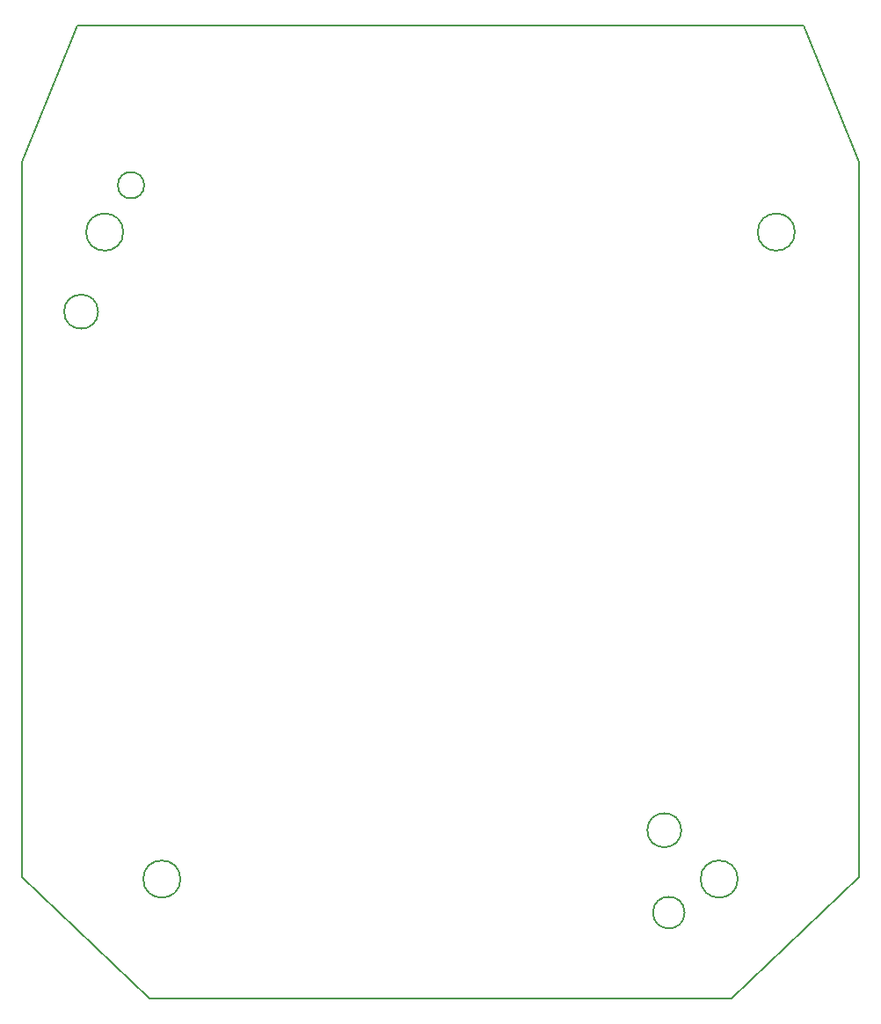
<source format=gbr>
%TF.GenerationSoftware,KiCad,Pcbnew,5.1.5+dfsg1-2build2*%
%TF.CreationDate,2022-02-05T13:04:16+01:00*%
%TF.ProjectId,micro_rusEFI,6d696372-6f5f-4727-9573-4546492e6b69,R0.5.5rc2*%
%TF.SameCoordinates,Original*%
%TF.FileFunction,Profile,NP*%
%FSLAX46Y46*%
G04 Gerber Fmt 4.6, Leading zero omitted, Abs format (unit mm)*
G04 Created by KiCad (PCBNEW 5.1.5+dfsg1-2build2) date 2022-02-05 13:04:16*
%MOMM*%
%LPD*%
G04 APERTURE LIST*
%ADD10C,0.200000*%
G04 APERTURE END LIST*
D10*
X32359600Y-37795200D02*
G75*
G03X32359600Y-37795200I-1270000J0D01*
G01*
X84404200Y-107797600D02*
G75*
G03X84404200Y-107797600I-1524000J0D01*
G01*
X101188000Y-35538500D02*
X101189600Y-104381342D01*
X20600000Y-35538500D02*
X25895900Y-22400000D01*
X95841300Y-22400000D02*
X101188000Y-35538500D01*
X32844596Y-116072400D02*
X20601600Y-104381342D01*
X101189600Y-104381342D02*
X88946604Y-116072400D01*
X25895900Y-22400000D02*
X95841300Y-22400000D01*
X20600000Y-35538500D02*
X20601600Y-104381342D01*
X84085800Y-99870300D02*
G75*
G03X84085800Y-99870300I-1638300J0D01*
G01*
X32844596Y-116072400D02*
X88946604Y-116072400D01*
X27926400Y-49959301D02*
G75*
G03X27926400Y-49959301I-1638300J0D01*
G01*
X89521400Y-104569300D02*
G75*
G03X89521400Y-104569300I-1790700J0D01*
G01*
X95020499Y-42301200D02*
G75*
G03X95020499Y-42301200I-1790700J0D01*
G01*
X30352101Y-42301200D02*
G75*
G03X30352101Y-42301200I-1790700J0D01*
G01*
X35851200Y-104569300D02*
G75*
G03X35851200Y-104569300I-1790700J0D01*
G01*
M02*

</source>
